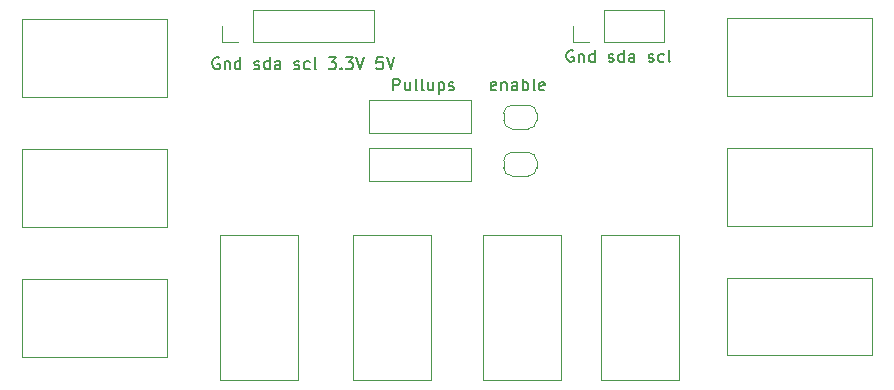
<source format=gbr>
%TF.GenerationSoftware,KiCad,Pcbnew,(6.0.5)*%
%TF.CreationDate,2022-05-17T14:08:41+02:00*%
%TF.ProjectId,i2c_bus_magslide,6932635f-6275-4735-9f6d-6167736c6964,rev?*%
%TF.SameCoordinates,Original*%
%TF.FileFunction,Legend,Top*%
%TF.FilePolarity,Positive*%
%FSLAX46Y46*%
G04 Gerber Fmt 4.6, Leading zero omitted, Abs format (unit mm)*
G04 Created by KiCad (PCBNEW (6.0.5)) date 2022-05-17 14:08:41*
%MOMM*%
%LPD*%
G01*
G04 APERTURE LIST*
%ADD10C,0.150000*%
%ADD11C,0.120000*%
G04 APERTURE END LIST*
D10*
X175142857Y-70404761D02*
X175047619Y-70452380D01*
X174857142Y-70452380D01*
X174761904Y-70404761D01*
X174714285Y-70309523D01*
X174714285Y-69928571D01*
X174761904Y-69833333D01*
X174857142Y-69785714D01*
X175047619Y-69785714D01*
X175142857Y-69833333D01*
X175190476Y-69928571D01*
X175190476Y-70023809D01*
X174714285Y-70119047D01*
X175619047Y-69785714D02*
X175619047Y-70452380D01*
X175619047Y-69880952D02*
X175666666Y-69833333D01*
X175761904Y-69785714D01*
X175904761Y-69785714D01*
X176000000Y-69833333D01*
X176047619Y-69928571D01*
X176047619Y-70452380D01*
X176952380Y-70452380D02*
X176952380Y-69928571D01*
X176904761Y-69833333D01*
X176809523Y-69785714D01*
X176619047Y-69785714D01*
X176523809Y-69833333D01*
X176952380Y-70404761D02*
X176857142Y-70452380D01*
X176619047Y-70452380D01*
X176523809Y-70404761D01*
X176476190Y-70309523D01*
X176476190Y-70214285D01*
X176523809Y-70119047D01*
X176619047Y-70071428D01*
X176857142Y-70071428D01*
X176952380Y-70023809D01*
X177428571Y-70452380D02*
X177428571Y-69452380D01*
X177428571Y-69833333D02*
X177523809Y-69785714D01*
X177714285Y-69785714D01*
X177809523Y-69833333D01*
X177857142Y-69880952D01*
X177904761Y-69976190D01*
X177904761Y-70261904D01*
X177857142Y-70357142D01*
X177809523Y-70404761D01*
X177714285Y-70452380D01*
X177523809Y-70452380D01*
X177428571Y-70404761D01*
X178476190Y-70452380D02*
X178380952Y-70404761D01*
X178333333Y-70309523D01*
X178333333Y-69452380D01*
X179238095Y-70404761D02*
X179142857Y-70452380D01*
X178952380Y-70452380D01*
X178857142Y-70404761D01*
X178809523Y-70309523D01*
X178809523Y-69928571D01*
X178857142Y-69833333D01*
X178952380Y-69785714D01*
X179142857Y-69785714D01*
X179238095Y-69833333D01*
X179285714Y-69928571D01*
X179285714Y-70023809D01*
X178809523Y-70119047D01*
X166452380Y-70452380D02*
X166452380Y-69452380D01*
X166833333Y-69452380D01*
X166928571Y-69500000D01*
X166976190Y-69547619D01*
X167023809Y-69642857D01*
X167023809Y-69785714D01*
X166976190Y-69880952D01*
X166928571Y-69928571D01*
X166833333Y-69976190D01*
X166452380Y-69976190D01*
X167880952Y-69785714D02*
X167880952Y-70452380D01*
X167452380Y-69785714D02*
X167452380Y-70309523D01*
X167500000Y-70404761D01*
X167595238Y-70452380D01*
X167738095Y-70452380D01*
X167833333Y-70404761D01*
X167880952Y-70357142D01*
X168500000Y-70452380D02*
X168404761Y-70404761D01*
X168357142Y-70309523D01*
X168357142Y-69452380D01*
X169023809Y-70452380D02*
X168928571Y-70404761D01*
X168880952Y-70309523D01*
X168880952Y-69452380D01*
X169833333Y-69785714D02*
X169833333Y-70452380D01*
X169404761Y-69785714D02*
X169404761Y-70309523D01*
X169452380Y-70404761D01*
X169547619Y-70452380D01*
X169690476Y-70452380D01*
X169785714Y-70404761D01*
X169833333Y-70357142D01*
X170309523Y-69785714D02*
X170309523Y-70785714D01*
X170309523Y-69833333D02*
X170404761Y-69785714D01*
X170595238Y-69785714D01*
X170690476Y-69833333D01*
X170738095Y-69880952D01*
X170785714Y-69976190D01*
X170785714Y-70261904D01*
X170738095Y-70357142D01*
X170690476Y-70404761D01*
X170595238Y-70452380D01*
X170404761Y-70452380D01*
X170309523Y-70404761D01*
X171166666Y-70404761D02*
X171261904Y-70452380D01*
X171452380Y-70452380D01*
X171547619Y-70404761D01*
X171595238Y-70309523D01*
X171595238Y-70261904D01*
X171547619Y-70166666D01*
X171452380Y-70119047D01*
X171309523Y-70119047D01*
X171214285Y-70071428D01*
X171166666Y-69976190D01*
X171166666Y-69928571D01*
X171214285Y-69833333D01*
X171309523Y-69785714D01*
X171452380Y-69785714D01*
X171547619Y-69833333D01*
X181690476Y-67100000D02*
X181595238Y-67052380D01*
X181452380Y-67052380D01*
X181309523Y-67100000D01*
X181214285Y-67195238D01*
X181166666Y-67290476D01*
X181119047Y-67480952D01*
X181119047Y-67623809D01*
X181166666Y-67814285D01*
X181214285Y-67909523D01*
X181309523Y-68004761D01*
X181452380Y-68052380D01*
X181547619Y-68052380D01*
X181690476Y-68004761D01*
X181738095Y-67957142D01*
X181738095Y-67623809D01*
X181547619Y-67623809D01*
X182166666Y-67385714D02*
X182166666Y-68052380D01*
X182166666Y-67480952D02*
X182214285Y-67433333D01*
X182309523Y-67385714D01*
X182452380Y-67385714D01*
X182547619Y-67433333D01*
X182595238Y-67528571D01*
X182595238Y-68052380D01*
X183500000Y-68052380D02*
X183500000Y-67052380D01*
X183500000Y-68004761D02*
X183404761Y-68052380D01*
X183214285Y-68052380D01*
X183119047Y-68004761D01*
X183071428Y-67957142D01*
X183023809Y-67861904D01*
X183023809Y-67576190D01*
X183071428Y-67480952D01*
X183119047Y-67433333D01*
X183214285Y-67385714D01*
X183404761Y-67385714D01*
X183500000Y-67433333D01*
X184690476Y-68004761D02*
X184785714Y-68052380D01*
X184976190Y-68052380D01*
X185071428Y-68004761D01*
X185119047Y-67909523D01*
X185119047Y-67861904D01*
X185071428Y-67766666D01*
X184976190Y-67719047D01*
X184833333Y-67719047D01*
X184738095Y-67671428D01*
X184690476Y-67576190D01*
X184690476Y-67528571D01*
X184738095Y-67433333D01*
X184833333Y-67385714D01*
X184976190Y-67385714D01*
X185071428Y-67433333D01*
X185976190Y-68052380D02*
X185976190Y-67052380D01*
X185976190Y-68004761D02*
X185880952Y-68052380D01*
X185690476Y-68052380D01*
X185595238Y-68004761D01*
X185547619Y-67957142D01*
X185500000Y-67861904D01*
X185500000Y-67576190D01*
X185547619Y-67480952D01*
X185595238Y-67433333D01*
X185690476Y-67385714D01*
X185880952Y-67385714D01*
X185976190Y-67433333D01*
X186880952Y-68052380D02*
X186880952Y-67528571D01*
X186833333Y-67433333D01*
X186738095Y-67385714D01*
X186547619Y-67385714D01*
X186452380Y-67433333D01*
X186880952Y-68004761D02*
X186785714Y-68052380D01*
X186547619Y-68052380D01*
X186452380Y-68004761D01*
X186404761Y-67909523D01*
X186404761Y-67814285D01*
X186452380Y-67719047D01*
X186547619Y-67671428D01*
X186785714Y-67671428D01*
X186880952Y-67623809D01*
X188071428Y-68004761D02*
X188166666Y-68052380D01*
X188357142Y-68052380D01*
X188452380Y-68004761D01*
X188500000Y-67909523D01*
X188500000Y-67861904D01*
X188452380Y-67766666D01*
X188357142Y-67719047D01*
X188214285Y-67719047D01*
X188119047Y-67671428D01*
X188071428Y-67576190D01*
X188071428Y-67528571D01*
X188119047Y-67433333D01*
X188214285Y-67385714D01*
X188357142Y-67385714D01*
X188452380Y-67433333D01*
X189357142Y-68004761D02*
X189261904Y-68052380D01*
X189071428Y-68052380D01*
X188976190Y-68004761D01*
X188928571Y-67957142D01*
X188880952Y-67861904D01*
X188880952Y-67576190D01*
X188928571Y-67480952D01*
X188976190Y-67433333D01*
X189071428Y-67385714D01*
X189261904Y-67385714D01*
X189357142Y-67433333D01*
X189928571Y-68052380D02*
X189833333Y-68004761D01*
X189785714Y-67909523D01*
X189785714Y-67052380D01*
X151704761Y-67700000D02*
X151609523Y-67652380D01*
X151466666Y-67652380D01*
X151323809Y-67700000D01*
X151228571Y-67795238D01*
X151180952Y-67890476D01*
X151133333Y-68080952D01*
X151133333Y-68223809D01*
X151180952Y-68414285D01*
X151228571Y-68509523D01*
X151323809Y-68604761D01*
X151466666Y-68652380D01*
X151561904Y-68652380D01*
X151704761Y-68604761D01*
X151752380Y-68557142D01*
X151752380Y-68223809D01*
X151561904Y-68223809D01*
X152180952Y-67985714D02*
X152180952Y-68652380D01*
X152180952Y-68080952D02*
X152228571Y-68033333D01*
X152323809Y-67985714D01*
X152466666Y-67985714D01*
X152561904Y-68033333D01*
X152609523Y-68128571D01*
X152609523Y-68652380D01*
X153514285Y-68652380D02*
X153514285Y-67652380D01*
X153514285Y-68604761D02*
X153419047Y-68652380D01*
X153228571Y-68652380D01*
X153133333Y-68604761D01*
X153085714Y-68557142D01*
X153038095Y-68461904D01*
X153038095Y-68176190D01*
X153085714Y-68080952D01*
X153133333Y-68033333D01*
X153228571Y-67985714D01*
X153419047Y-67985714D01*
X153514285Y-68033333D01*
X154704761Y-68604761D02*
X154800000Y-68652380D01*
X154990476Y-68652380D01*
X155085714Y-68604761D01*
X155133333Y-68509523D01*
X155133333Y-68461904D01*
X155085714Y-68366666D01*
X154990476Y-68319047D01*
X154847619Y-68319047D01*
X154752380Y-68271428D01*
X154704761Y-68176190D01*
X154704761Y-68128571D01*
X154752380Y-68033333D01*
X154847619Y-67985714D01*
X154990476Y-67985714D01*
X155085714Y-68033333D01*
X155990476Y-68652380D02*
X155990476Y-67652380D01*
X155990476Y-68604761D02*
X155895238Y-68652380D01*
X155704761Y-68652380D01*
X155609523Y-68604761D01*
X155561904Y-68557142D01*
X155514285Y-68461904D01*
X155514285Y-68176190D01*
X155561904Y-68080952D01*
X155609523Y-68033333D01*
X155704761Y-67985714D01*
X155895238Y-67985714D01*
X155990476Y-68033333D01*
X156895238Y-68652380D02*
X156895238Y-68128571D01*
X156847619Y-68033333D01*
X156752380Y-67985714D01*
X156561904Y-67985714D01*
X156466666Y-68033333D01*
X156895238Y-68604761D02*
X156800000Y-68652380D01*
X156561904Y-68652380D01*
X156466666Y-68604761D01*
X156419047Y-68509523D01*
X156419047Y-68414285D01*
X156466666Y-68319047D01*
X156561904Y-68271428D01*
X156800000Y-68271428D01*
X156895238Y-68223809D01*
X158085714Y-68604761D02*
X158180952Y-68652380D01*
X158371428Y-68652380D01*
X158466666Y-68604761D01*
X158514285Y-68509523D01*
X158514285Y-68461904D01*
X158466666Y-68366666D01*
X158371428Y-68319047D01*
X158228571Y-68319047D01*
X158133333Y-68271428D01*
X158085714Y-68176190D01*
X158085714Y-68128571D01*
X158133333Y-68033333D01*
X158228571Y-67985714D01*
X158371428Y-67985714D01*
X158466666Y-68033333D01*
X159371428Y-68604761D02*
X159276190Y-68652380D01*
X159085714Y-68652380D01*
X158990476Y-68604761D01*
X158942857Y-68557142D01*
X158895238Y-68461904D01*
X158895238Y-68176190D01*
X158942857Y-68080952D01*
X158990476Y-68033333D01*
X159085714Y-67985714D01*
X159276190Y-67985714D01*
X159371428Y-68033333D01*
X159942857Y-68652380D02*
X159847619Y-68604761D01*
X159800000Y-68509523D01*
X159800000Y-67652380D01*
X160990476Y-67652380D02*
X161609523Y-67652380D01*
X161276190Y-68033333D01*
X161419047Y-68033333D01*
X161514285Y-68080952D01*
X161561904Y-68128571D01*
X161609523Y-68223809D01*
X161609523Y-68461904D01*
X161561904Y-68557142D01*
X161514285Y-68604761D01*
X161419047Y-68652380D01*
X161133333Y-68652380D01*
X161038095Y-68604761D01*
X160990476Y-68557142D01*
X162038095Y-68557142D02*
X162085714Y-68604761D01*
X162038095Y-68652380D01*
X161990476Y-68604761D01*
X162038095Y-68557142D01*
X162038095Y-68652380D01*
X162419047Y-67652380D02*
X163038095Y-67652380D01*
X162704761Y-68033333D01*
X162847619Y-68033333D01*
X162942857Y-68080952D01*
X162990476Y-68128571D01*
X163038095Y-68223809D01*
X163038095Y-68461904D01*
X162990476Y-68557142D01*
X162942857Y-68604761D01*
X162847619Y-68652380D01*
X162561904Y-68652380D01*
X162466666Y-68604761D01*
X162419047Y-68557142D01*
X163323809Y-67652380D02*
X163657142Y-68652380D01*
X163990476Y-67652380D01*
X165561904Y-67652380D02*
X165085714Y-67652380D01*
X165038095Y-68128571D01*
X165085714Y-68080952D01*
X165180952Y-68033333D01*
X165419047Y-68033333D01*
X165514285Y-68080952D01*
X165561904Y-68128571D01*
X165609523Y-68223809D01*
X165609523Y-68461904D01*
X165561904Y-68557142D01*
X165514285Y-68604761D01*
X165419047Y-68652380D01*
X165180952Y-68652380D01*
X165085714Y-68604761D01*
X165038095Y-68557142D01*
X165895238Y-67652380D02*
X166228571Y-68652380D01*
X166561904Y-67652380D01*
D11*
%TO.C,R2*%
X173050000Y-75310000D02*
X173050000Y-78090000D01*
X164430000Y-75310000D02*
X173050000Y-75310000D01*
X164430000Y-75310000D02*
X164430000Y-78090000D01*
X164430000Y-78090000D02*
X173050000Y-78090000D01*
%TO.C,R1*%
X164430000Y-74090000D02*
X173050000Y-74090000D01*
X164430000Y-71310000D02*
X164430000Y-74090000D01*
X164430000Y-71310000D02*
X173050000Y-71310000D01*
X173050000Y-71310000D02*
X173050000Y-74090000D01*
%TO.C,JP2*%
X177900000Y-77700000D02*
X176500000Y-77700000D01*
X176500000Y-75700000D02*
X177900000Y-75700000D01*
X175800000Y-77000000D02*
X175800000Y-76400000D01*
X178600000Y-76400000D02*
X178600000Y-77000000D01*
X175800000Y-77000000D02*
G75*
G03*
X176500000Y-77700000I700000J0D01*
G01*
X177900000Y-77700000D02*
G75*
G03*
X178600000Y-77000000I1J699999D01*
G01*
X178600000Y-76400000D02*
G75*
G03*
X177900000Y-75700000I-699999J1D01*
G01*
X176500000Y-75700000D02*
G75*
G03*
X175800000Y-76400000I0J-700000D01*
G01*
%TO.C,JP1*%
X177900000Y-73700000D02*
X176500000Y-73700000D01*
X176500000Y-71700000D02*
X177900000Y-71700000D01*
X175800000Y-73000000D02*
X175800000Y-72400000D01*
X178600000Y-72400000D02*
X178600000Y-73000000D01*
X175800000Y-73000000D02*
G75*
G03*
X176500000Y-73700000I700000J0D01*
G01*
X177900000Y-73700000D02*
G75*
G03*
X178600000Y-73000000I1J699999D01*
G01*
X178600000Y-72400000D02*
G75*
G03*
X177900000Y-71700000I-699999J1D01*
G01*
X176500000Y-71700000D02*
G75*
G03*
X175800000Y-72400000I0J-700000D01*
G01*
%TO.C,J12*%
X189410000Y-66330000D02*
X189410000Y-63670000D01*
X184270000Y-66330000D02*
X189410000Y-66330000D01*
X183000000Y-66330000D02*
X181670000Y-66330000D01*
X184270000Y-63670000D02*
X189410000Y-63670000D01*
X181670000Y-66330000D02*
X181670000Y-65000000D01*
X184270000Y-66330000D02*
X184270000Y-63670000D01*
%TO.C,J11*%
X154570000Y-63670000D02*
X164790000Y-63670000D01*
X151970000Y-66330000D02*
X151970000Y-65000000D01*
X154570000Y-66330000D02*
X164790000Y-66330000D01*
X164790000Y-66330000D02*
X164790000Y-63670000D01*
X154570000Y-66330000D02*
X154570000Y-63670000D01*
X153300000Y-66330000D02*
X151970000Y-66330000D01*
%TO.C,J10*%
X135025000Y-75400000D02*
X147325000Y-75400000D01*
X147325000Y-75400000D02*
X147325000Y-82000000D01*
X147325000Y-82000000D02*
X135025000Y-82000000D01*
X135025000Y-82000000D02*
X135025000Y-75400000D01*
%TO.C,J9*%
X135025000Y-71000000D02*
X135025000Y-64400000D01*
X147325000Y-71000000D02*
X135025000Y-71000000D01*
X147325000Y-64400000D02*
X147325000Y-71000000D01*
X135025000Y-64400000D02*
X147325000Y-64400000D01*
%TO.C,J8*%
X151800000Y-94975000D02*
X151800000Y-82675000D01*
X151800000Y-82675000D02*
X158400000Y-82675000D01*
X158400000Y-82675000D02*
X158400000Y-94975000D01*
X158400000Y-94975000D02*
X151800000Y-94975000D01*
%TO.C,J7*%
X206975000Y-70900000D02*
X194675000Y-70900000D01*
X194675000Y-70900000D02*
X194675000Y-64300000D01*
X194675000Y-64300000D02*
X206975000Y-64300000D01*
X206975000Y-64300000D02*
X206975000Y-70900000D01*
%TO.C,J6*%
X135025000Y-93000000D02*
X135025000Y-86400000D01*
X147325000Y-93000000D02*
X135025000Y-93000000D01*
X147325000Y-86400000D02*
X147325000Y-93000000D01*
X135025000Y-86400000D02*
X147325000Y-86400000D01*
%TO.C,J5*%
X206975000Y-81900000D02*
X194675000Y-81900000D01*
X194675000Y-81900000D02*
X194675000Y-75300000D01*
X194675000Y-75300000D02*
X206975000Y-75300000D01*
X206975000Y-75300000D02*
X206975000Y-81900000D01*
%TO.C,J4*%
X180625000Y-94975000D02*
X174025000Y-94975000D01*
X180625000Y-82675000D02*
X180625000Y-94975000D01*
X174025000Y-82675000D02*
X180625000Y-82675000D01*
X174025000Y-94975000D02*
X174025000Y-82675000D01*
%TO.C,J3*%
X163025000Y-94975000D02*
X163025000Y-82675000D01*
X163025000Y-82675000D02*
X169625000Y-82675000D01*
X169625000Y-82675000D02*
X169625000Y-94975000D01*
X169625000Y-94975000D02*
X163025000Y-94975000D01*
%TO.C,J2*%
X206975000Y-92900000D02*
X194675000Y-92900000D01*
X194675000Y-92900000D02*
X194675000Y-86300000D01*
X194675000Y-86300000D02*
X206975000Y-86300000D01*
X206975000Y-86300000D02*
X206975000Y-92900000D01*
%TO.C,J1*%
X184025000Y-94975000D02*
X184025000Y-82675000D01*
X184025000Y-82675000D02*
X190625000Y-82675000D01*
X190625000Y-82675000D02*
X190625000Y-94975000D01*
X190625000Y-94975000D02*
X184025000Y-94975000D01*
%TD*%
M02*

</source>
